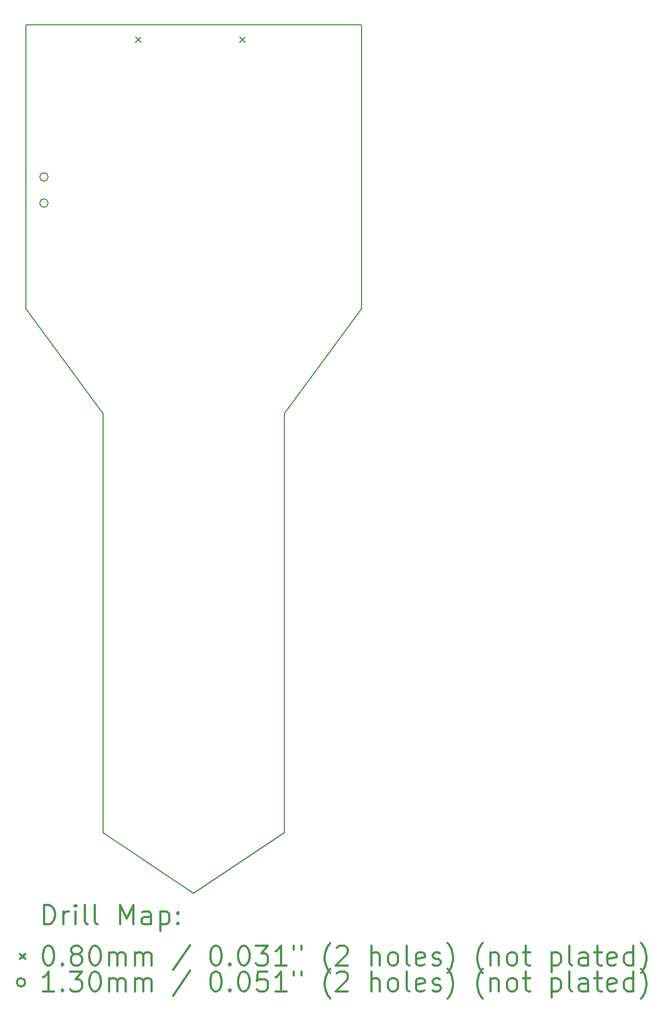
<source format=gbr>
%FSLAX45Y45*%
G04 Gerber Fmt 4.5, Leading zero omitted, Abs format (unit mm)*
G04 Created by KiCad (PCBNEW (5.1.9-0-10_14)) date 2021-04-26 19:30:28*
%MOMM*%
%LPD*%
G01*
G04 APERTURE LIST*
%TA.AperFunction,Profile*%
%ADD10C,0.150000*%
%TD*%
%ADD11C,0.200000*%
%ADD12C,0.300000*%
G04 APERTURE END LIST*
D10*
X7470000Y-5460000D02*
X12630000Y-5460000D01*
X11445000Y-17865000D02*
X10050000Y-18800000D01*
X11445000Y-11430000D02*
X12630000Y-9817500D01*
X12630000Y-9817500D02*
X12630000Y-5460000D01*
X11445000Y-11430000D02*
X11445000Y-17865000D01*
X8655000Y-11430000D02*
X8655000Y-17865000D01*
X7470000Y-9817500D02*
X7470000Y-5460000D01*
X8655000Y-11430000D02*
X7470000Y-9817500D01*
X8655000Y-17865000D02*
X10050000Y-18800000D01*
D11*
X9160000Y-5650000D02*
X9240000Y-5730000D01*
X9240000Y-5650000D02*
X9160000Y-5730000D01*
X10760000Y-5650000D02*
X10840000Y-5730000D01*
X10840000Y-5650000D02*
X10760000Y-5730000D01*
X7815000Y-7797500D02*
G75*
G03*
X7815000Y-7797500I-65000J0D01*
G01*
X7815000Y-8197500D02*
G75*
G03*
X7815000Y-8197500I-65000J0D01*
G01*
D12*
X7748928Y-19273214D02*
X7748928Y-18973214D01*
X7820357Y-18973214D01*
X7863214Y-18987500D01*
X7891786Y-19016072D01*
X7906071Y-19044643D01*
X7920357Y-19101786D01*
X7920357Y-19144643D01*
X7906071Y-19201786D01*
X7891786Y-19230357D01*
X7863214Y-19258929D01*
X7820357Y-19273214D01*
X7748928Y-19273214D01*
X8048928Y-19273214D02*
X8048928Y-19073214D01*
X8048928Y-19130357D02*
X8063214Y-19101786D01*
X8077500Y-19087500D01*
X8106071Y-19073214D01*
X8134643Y-19073214D01*
X8234643Y-19273214D02*
X8234643Y-19073214D01*
X8234643Y-18973214D02*
X8220357Y-18987500D01*
X8234643Y-19001786D01*
X8248928Y-18987500D01*
X8234643Y-18973214D01*
X8234643Y-19001786D01*
X8420357Y-19273214D02*
X8391786Y-19258929D01*
X8377500Y-19230357D01*
X8377500Y-18973214D01*
X8577500Y-19273214D02*
X8548928Y-19258929D01*
X8534643Y-19230357D01*
X8534643Y-18973214D01*
X8920357Y-19273214D02*
X8920357Y-18973214D01*
X9020357Y-19187500D01*
X9120357Y-18973214D01*
X9120357Y-19273214D01*
X9391786Y-19273214D02*
X9391786Y-19116072D01*
X9377500Y-19087500D01*
X9348928Y-19073214D01*
X9291786Y-19073214D01*
X9263214Y-19087500D01*
X9391786Y-19258929D02*
X9363214Y-19273214D01*
X9291786Y-19273214D01*
X9263214Y-19258929D01*
X9248928Y-19230357D01*
X9248928Y-19201786D01*
X9263214Y-19173214D01*
X9291786Y-19158929D01*
X9363214Y-19158929D01*
X9391786Y-19144643D01*
X9534643Y-19073214D02*
X9534643Y-19373214D01*
X9534643Y-19087500D02*
X9563214Y-19073214D01*
X9620357Y-19073214D01*
X9648928Y-19087500D01*
X9663214Y-19101786D01*
X9677500Y-19130357D01*
X9677500Y-19216072D01*
X9663214Y-19244643D01*
X9648928Y-19258929D01*
X9620357Y-19273214D01*
X9563214Y-19273214D01*
X9534643Y-19258929D01*
X9806071Y-19244643D02*
X9820357Y-19258929D01*
X9806071Y-19273214D01*
X9791786Y-19258929D01*
X9806071Y-19244643D01*
X9806071Y-19273214D01*
X9806071Y-19087500D02*
X9820357Y-19101786D01*
X9806071Y-19116072D01*
X9791786Y-19101786D01*
X9806071Y-19087500D01*
X9806071Y-19116072D01*
X7382500Y-19727500D02*
X7462500Y-19807500D01*
X7462500Y-19727500D02*
X7382500Y-19807500D01*
X7806071Y-19603214D02*
X7834643Y-19603214D01*
X7863214Y-19617500D01*
X7877500Y-19631786D01*
X7891786Y-19660357D01*
X7906071Y-19717500D01*
X7906071Y-19788929D01*
X7891786Y-19846072D01*
X7877500Y-19874643D01*
X7863214Y-19888929D01*
X7834643Y-19903214D01*
X7806071Y-19903214D01*
X7777500Y-19888929D01*
X7763214Y-19874643D01*
X7748928Y-19846072D01*
X7734643Y-19788929D01*
X7734643Y-19717500D01*
X7748928Y-19660357D01*
X7763214Y-19631786D01*
X7777500Y-19617500D01*
X7806071Y-19603214D01*
X8034643Y-19874643D02*
X8048928Y-19888929D01*
X8034643Y-19903214D01*
X8020357Y-19888929D01*
X8034643Y-19874643D01*
X8034643Y-19903214D01*
X8220357Y-19731786D02*
X8191786Y-19717500D01*
X8177500Y-19703214D01*
X8163214Y-19674643D01*
X8163214Y-19660357D01*
X8177500Y-19631786D01*
X8191786Y-19617500D01*
X8220357Y-19603214D01*
X8277500Y-19603214D01*
X8306071Y-19617500D01*
X8320357Y-19631786D01*
X8334643Y-19660357D01*
X8334643Y-19674643D01*
X8320357Y-19703214D01*
X8306071Y-19717500D01*
X8277500Y-19731786D01*
X8220357Y-19731786D01*
X8191786Y-19746072D01*
X8177500Y-19760357D01*
X8163214Y-19788929D01*
X8163214Y-19846072D01*
X8177500Y-19874643D01*
X8191786Y-19888929D01*
X8220357Y-19903214D01*
X8277500Y-19903214D01*
X8306071Y-19888929D01*
X8320357Y-19874643D01*
X8334643Y-19846072D01*
X8334643Y-19788929D01*
X8320357Y-19760357D01*
X8306071Y-19746072D01*
X8277500Y-19731786D01*
X8520357Y-19603214D02*
X8548928Y-19603214D01*
X8577500Y-19617500D01*
X8591786Y-19631786D01*
X8606071Y-19660357D01*
X8620357Y-19717500D01*
X8620357Y-19788929D01*
X8606071Y-19846072D01*
X8591786Y-19874643D01*
X8577500Y-19888929D01*
X8548928Y-19903214D01*
X8520357Y-19903214D01*
X8491786Y-19888929D01*
X8477500Y-19874643D01*
X8463214Y-19846072D01*
X8448928Y-19788929D01*
X8448928Y-19717500D01*
X8463214Y-19660357D01*
X8477500Y-19631786D01*
X8491786Y-19617500D01*
X8520357Y-19603214D01*
X8748928Y-19903214D02*
X8748928Y-19703214D01*
X8748928Y-19731786D02*
X8763214Y-19717500D01*
X8791786Y-19703214D01*
X8834643Y-19703214D01*
X8863214Y-19717500D01*
X8877500Y-19746072D01*
X8877500Y-19903214D01*
X8877500Y-19746072D02*
X8891786Y-19717500D01*
X8920357Y-19703214D01*
X8963214Y-19703214D01*
X8991786Y-19717500D01*
X9006071Y-19746072D01*
X9006071Y-19903214D01*
X9148928Y-19903214D02*
X9148928Y-19703214D01*
X9148928Y-19731786D02*
X9163214Y-19717500D01*
X9191786Y-19703214D01*
X9234643Y-19703214D01*
X9263214Y-19717500D01*
X9277500Y-19746072D01*
X9277500Y-19903214D01*
X9277500Y-19746072D02*
X9291786Y-19717500D01*
X9320357Y-19703214D01*
X9363214Y-19703214D01*
X9391786Y-19717500D01*
X9406071Y-19746072D01*
X9406071Y-19903214D01*
X9991786Y-19588929D02*
X9734643Y-19974643D01*
X10377500Y-19603214D02*
X10406071Y-19603214D01*
X10434643Y-19617500D01*
X10448928Y-19631786D01*
X10463214Y-19660357D01*
X10477500Y-19717500D01*
X10477500Y-19788929D01*
X10463214Y-19846072D01*
X10448928Y-19874643D01*
X10434643Y-19888929D01*
X10406071Y-19903214D01*
X10377500Y-19903214D01*
X10348928Y-19888929D01*
X10334643Y-19874643D01*
X10320357Y-19846072D01*
X10306071Y-19788929D01*
X10306071Y-19717500D01*
X10320357Y-19660357D01*
X10334643Y-19631786D01*
X10348928Y-19617500D01*
X10377500Y-19603214D01*
X10606071Y-19874643D02*
X10620357Y-19888929D01*
X10606071Y-19903214D01*
X10591786Y-19888929D01*
X10606071Y-19874643D01*
X10606071Y-19903214D01*
X10806071Y-19603214D02*
X10834643Y-19603214D01*
X10863214Y-19617500D01*
X10877500Y-19631786D01*
X10891786Y-19660357D01*
X10906071Y-19717500D01*
X10906071Y-19788929D01*
X10891786Y-19846072D01*
X10877500Y-19874643D01*
X10863214Y-19888929D01*
X10834643Y-19903214D01*
X10806071Y-19903214D01*
X10777500Y-19888929D01*
X10763214Y-19874643D01*
X10748928Y-19846072D01*
X10734643Y-19788929D01*
X10734643Y-19717500D01*
X10748928Y-19660357D01*
X10763214Y-19631786D01*
X10777500Y-19617500D01*
X10806071Y-19603214D01*
X11006071Y-19603214D02*
X11191786Y-19603214D01*
X11091786Y-19717500D01*
X11134643Y-19717500D01*
X11163214Y-19731786D01*
X11177500Y-19746072D01*
X11191786Y-19774643D01*
X11191786Y-19846072D01*
X11177500Y-19874643D01*
X11163214Y-19888929D01*
X11134643Y-19903214D01*
X11048928Y-19903214D01*
X11020357Y-19888929D01*
X11006071Y-19874643D01*
X11477500Y-19903214D02*
X11306071Y-19903214D01*
X11391786Y-19903214D02*
X11391786Y-19603214D01*
X11363214Y-19646072D01*
X11334643Y-19674643D01*
X11306071Y-19688929D01*
X11591786Y-19603214D02*
X11591786Y-19660357D01*
X11706071Y-19603214D02*
X11706071Y-19660357D01*
X12148928Y-20017500D02*
X12134643Y-20003214D01*
X12106071Y-19960357D01*
X12091786Y-19931786D01*
X12077500Y-19888929D01*
X12063214Y-19817500D01*
X12063214Y-19760357D01*
X12077500Y-19688929D01*
X12091786Y-19646072D01*
X12106071Y-19617500D01*
X12134643Y-19574643D01*
X12148928Y-19560357D01*
X12248928Y-19631786D02*
X12263214Y-19617500D01*
X12291786Y-19603214D01*
X12363214Y-19603214D01*
X12391786Y-19617500D01*
X12406071Y-19631786D01*
X12420357Y-19660357D01*
X12420357Y-19688929D01*
X12406071Y-19731786D01*
X12234643Y-19903214D01*
X12420357Y-19903214D01*
X12777500Y-19903214D02*
X12777500Y-19603214D01*
X12906071Y-19903214D02*
X12906071Y-19746072D01*
X12891786Y-19717500D01*
X12863214Y-19703214D01*
X12820357Y-19703214D01*
X12791786Y-19717500D01*
X12777500Y-19731786D01*
X13091786Y-19903214D02*
X13063214Y-19888929D01*
X13048928Y-19874643D01*
X13034643Y-19846072D01*
X13034643Y-19760357D01*
X13048928Y-19731786D01*
X13063214Y-19717500D01*
X13091786Y-19703214D01*
X13134643Y-19703214D01*
X13163214Y-19717500D01*
X13177500Y-19731786D01*
X13191786Y-19760357D01*
X13191786Y-19846072D01*
X13177500Y-19874643D01*
X13163214Y-19888929D01*
X13134643Y-19903214D01*
X13091786Y-19903214D01*
X13363214Y-19903214D02*
X13334643Y-19888929D01*
X13320357Y-19860357D01*
X13320357Y-19603214D01*
X13591786Y-19888929D02*
X13563214Y-19903214D01*
X13506071Y-19903214D01*
X13477500Y-19888929D01*
X13463214Y-19860357D01*
X13463214Y-19746072D01*
X13477500Y-19717500D01*
X13506071Y-19703214D01*
X13563214Y-19703214D01*
X13591786Y-19717500D01*
X13606071Y-19746072D01*
X13606071Y-19774643D01*
X13463214Y-19803214D01*
X13720357Y-19888929D02*
X13748928Y-19903214D01*
X13806071Y-19903214D01*
X13834643Y-19888929D01*
X13848928Y-19860357D01*
X13848928Y-19846072D01*
X13834643Y-19817500D01*
X13806071Y-19803214D01*
X13763214Y-19803214D01*
X13734643Y-19788929D01*
X13720357Y-19760357D01*
X13720357Y-19746072D01*
X13734643Y-19717500D01*
X13763214Y-19703214D01*
X13806071Y-19703214D01*
X13834643Y-19717500D01*
X13948928Y-20017500D02*
X13963214Y-20003214D01*
X13991786Y-19960357D01*
X14006071Y-19931786D01*
X14020357Y-19888929D01*
X14034643Y-19817500D01*
X14034643Y-19760357D01*
X14020357Y-19688929D01*
X14006071Y-19646072D01*
X13991786Y-19617500D01*
X13963214Y-19574643D01*
X13948928Y-19560357D01*
X14491786Y-20017500D02*
X14477500Y-20003214D01*
X14448928Y-19960357D01*
X14434643Y-19931786D01*
X14420357Y-19888929D01*
X14406071Y-19817500D01*
X14406071Y-19760357D01*
X14420357Y-19688929D01*
X14434643Y-19646072D01*
X14448928Y-19617500D01*
X14477500Y-19574643D01*
X14491786Y-19560357D01*
X14606071Y-19703214D02*
X14606071Y-19903214D01*
X14606071Y-19731786D02*
X14620357Y-19717500D01*
X14648928Y-19703214D01*
X14691786Y-19703214D01*
X14720357Y-19717500D01*
X14734643Y-19746072D01*
X14734643Y-19903214D01*
X14920357Y-19903214D02*
X14891786Y-19888929D01*
X14877500Y-19874643D01*
X14863214Y-19846072D01*
X14863214Y-19760357D01*
X14877500Y-19731786D01*
X14891786Y-19717500D01*
X14920357Y-19703214D01*
X14963214Y-19703214D01*
X14991786Y-19717500D01*
X15006071Y-19731786D01*
X15020357Y-19760357D01*
X15020357Y-19846072D01*
X15006071Y-19874643D01*
X14991786Y-19888929D01*
X14963214Y-19903214D01*
X14920357Y-19903214D01*
X15106071Y-19703214D02*
X15220357Y-19703214D01*
X15148928Y-19603214D02*
X15148928Y-19860357D01*
X15163214Y-19888929D01*
X15191786Y-19903214D01*
X15220357Y-19903214D01*
X15548928Y-19703214D02*
X15548928Y-20003214D01*
X15548928Y-19717500D02*
X15577500Y-19703214D01*
X15634643Y-19703214D01*
X15663214Y-19717500D01*
X15677500Y-19731786D01*
X15691786Y-19760357D01*
X15691786Y-19846072D01*
X15677500Y-19874643D01*
X15663214Y-19888929D01*
X15634643Y-19903214D01*
X15577500Y-19903214D01*
X15548928Y-19888929D01*
X15863214Y-19903214D02*
X15834643Y-19888929D01*
X15820357Y-19860357D01*
X15820357Y-19603214D01*
X16106071Y-19903214D02*
X16106071Y-19746072D01*
X16091786Y-19717500D01*
X16063214Y-19703214D01*
X16006071Y-19703214D01*
X15977500Y-19717500D01*
X16106071Y-19888929D02*
X16077500Y-19903214D01*
X16006071Y-19903214D01*
X15977500Y-19888929D01*
X15963214Y-19860357D01*
X15963214Y-19831786D01*
X15977500Y-19803214D01*
X16006071Y-19788929D01*
X16077500Y-19788929D01*
X16106071Y-19774643D01*
X16206071Y-19703214D02*
X16320357Y-19703214D01*
X16248928Y-19603214D02*
X16248928Y-19860357D01*
X16263214Y-19888929D01*
X16291786Y-19903214D01*
X16320357Y-19903214D01*
X16534643Y-19888929D02*
X16506071Y-19903214D01*
X16448928Y-19903214D01*
X16420357Y-19888929D01*
X16406071Y-19860357D01*
X16406071Y-19746072D01*
X16420357Y-19717500D01*
X16448928Y-19703214D01*
X16506071Y-19703214D01*
X16534643Y-19717500D01*
X16548928Y-19746072D01*
X16548928Y-19774643D01*
X16406071Y-19803214D01*
X16806071Y-19903214D02*
X16806071Y-19603214D01*
X16806071Y-19888929D02*
X16777500Y-19903214D01*
X16720357Y-19903214D01*
X16691786Y-19888929D01*
X16677500Y-19874643D01*
X16663214Y-19846072D01*
X16663214Y-19760357D01*
X16677500Y-19731786D01*
X16691786Y-19717500D01*
X16720357Y-19703214D01*
X16777500Y-19703214D01*
X16806071Y-19717500D01*
X16920357Y-20017500D02*
X16934643Y-20003214D01*
X16963214Y-19960357D01*
X16977500Y-19931786D01*
X16991786Y-19888929D01*
X17006071Y-19817500D01*
X17006071Y-19760357D01*
X16991786Y-19688929D01*
X16977500Y-19646072D01*
X16963214Y-19617500D01*
X16934643Y-19574643D01*
X16920357Y-19560357D01*
X7462500Y-20163500D02*
G75*
G03*
X7462500Y-20163500I-65000J0D01*
G01*
X7906071Y-20299214D02*
X7734643Y-20299214D01*
X7820357Y-20299214D02*
X7820357Y-19999214D01*
X7791786Y-20042072D01*
X7763214Y-20070643D01*
X7734643Y-20084929D01*
X8034643Y-20270643D02*
X8048928Y-20284929D01*
X8034643Y-20299214D01*
X8020357Y-20284929D01*
X8034643Y-20270643D01*
X8034643Y-20299214D01*
X8148928Y-19999214D02*
X8334643Y-19999214D01*
X8234643Y-20113500D01*
X8277500Y-20113500D01*
X8306071Y-20127786D01*
X8320357Y-20142072D01*
X8334643Y-20170643D01*
X8334643Y-20242072D01*
X8320357Y-20270643D01*
X8306071Y-20284929D01*
X8277500Y-20299214D01*
X8191786Y-20299214D01*
X8163214Y-20284929D01*
X8148928Y-20270643D01*
X8520357Y-19999214D02*
X8548928Y-19999214D01*
X8577500Y-20013500D01*
X8591786Y-20027786D01*
X8606071Y-20056357D01*
X8620357Y-20113500D01*
X8620357Y-20184929D01*
X8606071Y-20242072D01*
X8591786Y-20270643D01*
X8577500Y-20284929D01*
X8548928Y-20299214D01*
X8520357Y-20299214D01*
X8491786Y-20284929D01*
X8477500Y-20270643D01*
X8463214Y-20242072D01*
X8448928Y-20184929D01*
X8448928Y-20113500D01*
X8463214Y-20056357D01*
X8477500Y-20027786D01*
X8491786Y-20013500D01*
X8520357Y-19999214D01*
X8748928Y-20299214D02*
X8748928Y-20099214D01*
X8748928Y-20127786D02*
X8763214Y-20113500D01*
X8791786Y-20099214D01*
X8834643Y-20099214D01*
X8863214Y-20113500D01*
X8877500Y-20142072D01*
X8877500Y-20299214D01*
X8877500Y-20142072D02*
X8891786Y-20113500D01*
X8920357Y-20099214D01*
X8963214Y-20099214D01*
X8991786Y-20113500D01*
X9006071Y-20142072D01*
X9006071Y-20299214D01*
X9148928Y-20299214D02*
X9148928Y-20099214D01*
X9148928Y-20127786D02*
X9163214Y-20113500D01*
X9191786Y-20099214D01*
X9234643Y-20099214D01*
X9263214Y-20113500D01*
X9277500Y-20142072D01*
X9277500Y-20299214D01*
X9277500Y-20142072D02*
X9291786Y-20113500D01*
X9320357Y-20099214D01*
X9363214Y-20099214D01*
X9391786Y-20113500D01*
X9406071Y-20142072D01*
X9406071Y-20299214D01*
X9991786Y-19984929D02*
X9734643Y-20370643D01*
X10377500Y-19999214D02*
X10406071Y-19999214D01*
X10434643Y-20013500D01*
X10448928Y-20027786D01*
X10463214Y-20056357D01*
X10477500Y-20113500D01*
X10477500Y-20184929D01*
X10463214Y-20242072D01*
X10448928Y-20270643D01*
X10434643Y-20284929D01*
X10406071Y-20299214D01*
X10377500Y-20299214D01*
X10348928Y-20284929D01*
X10334643Y-20270643D01*
X10320357Y-20242072D01*
X10306071Y-20184929D01*
X10306071Y-20113500D01*
X10320357Y-20056357D01*
X10334643Y-20027786D01*
X10348928Y-20013500D01*
X10377500Y-19999214D01*
X10606071Y-20270643D02*
X10620357Y-20284929D01*
X10606071Y-20299214D01*
X10591786Y-20284929D01*
X10606071Y-20270643D01*
X10606071Y-20299214D01*
X10806071Y-19999214D02*
X10834643Y-19999214D01*
X10863214Y-20013500D01*
X10877500Y-20027786D01*
X10891786Y-20056357D01*
X10906071Y-20113500D01*
X10906071Y-20184929D01*
X10891786Y-20242072D01*
X10877500Y-20270643D01*
X10863214Y-20284929D01*
X10834643Y-20299214D01*
X10806071Y-20299214D01*
X10777500Y-20284929D01*
X10763214Y-20270643D01*
X10748928Y-20242072D01*
X10734643Y-20184929D01*
X10734643Y-20113500D01*
X10748928Y-20056357D01*
X10763214Y-20027786D01*
X10777500Y-20013500D01*
X10806071Y-19999214D01*
X11177500Y-19999214D02*
X11034643Y-19999214D01*
X11020357Y-20142072D01*
X11034643Y-20127786D01*
X11063214Y-20113500D01*
X11134643Y-20113500D01*
X11163214Y-20127786D01*
X11177500Y-20142072D01*
X11191786Y-20170643D01*
X11191786Y-20242072D01*
X11177500Y-20270643D01*
X11163214Y-20284929D01*
X11134643Y-20299214D01*
X11063214Y-20299214D01*
X11034643Y-20284929D01*
X11020357Y-20270643D01*
X11477500Y-20299214D02*
X11306071Y-20299214D01*
X11391786Y-20299214D02*
X11391786Y-19999214D01*
X11363214Y-20042072D01*
X11334643Y-20070643D01*
X11306071Y-20084929D01*
X11591786Y-19999214D02*
X11591786Y-20056357D01*
X11706071Y-19999214D02*
X11706071Y-20056357D01*
X12148928Y-20413500D02*
X12134643Y-20399214D01*
X12106071Y-20356357D01*
X12091786Y-20327786D01*
X12077500Y-20284929D01*
X12063214Y-20213500D01*
X12063214Y-20156357D01*
X12077500Y-20084929D01*
X12091786Y-20042072D01*
X12106071Y-20013500D01*
X12134643Y-19970643D01*
X12148928Y-19956357D01*
X12248928Y-20027786D02*
X12263214Y-20013500D01*
X12291786Y-19999214D01*
X12363214Y-19999214D01*
X12391786Y-20013500D01*
X12406071Y-20027786D01*
X12420357Y-20056357D01*
X12420357Y-20084929D01*
X12406071Y-20127786D01*
X12234643Y-20299214D01*
X12420357Y-20299214D01*
X12777500Y-20299214D02*
X12777500Y-19999214D01*
X12906071Y-20299214D02*
X12906071Y-20142072D01*
X12891786Y-20113500D01*
X12863214Y-20099214D01*
X12820357Y-20099214D01*
X12791786Y-20113500D01*
X12777500Y-20127786D01*
X13091786Y-20299214D02*
X13063214Y-20284929D01*
X13048928Y-20270643D01*
X13034643Y-20242072D01*
X13034643Y-20156357D01*
X13048928Y-20127786D01*
X13063214Y-20113500D01*
X13091786Y-20099214D01*
X13134643Y-20099214D01*
X13163214Y-20113500D01*
X13177500Y-20127786D01*
X13191786Y-20156357D01*
X13191786Y-20242072D01*
X13177500Y-20270643D01*
X13163214Y-20284929D01*
X13134643Y-20299214D01*
X13091786Y-20299214D01*
X13363214Y-20299214D02*
X13334643Y-20284929D01*
X13320357Y-20256357D01*
X13320357Y-19999214D01*
X13591786Y-20284929D02*
X13563214Y-20299214D01*
X13506071Y-20299214D01*
X13477500Y-20284929D01*
X13463214Y-20256357D01*
X13463214Y-20142072D01*
X13477500Y-20113500D01*
X13506071Y-20099214D01*
X13563214Y-20099214D01*
X13591786Y-20113500D01*
X13606071Y-20142072D01*
X13606071Y-20170643D01*
X13463214Y-20199214D01*
X13720357Y-20284929D02*
X13748928Y-20299214D01*
X13806071Y-20299214D01*
X13834643Y-20284929D01*
X13848928Y-20256357D01*
X13848928Y-20242072D01*
X13834643Y-20213500D01*
X13806071Y-20199214D01*
X13763214Y-20199214D01*
X13734643Y-20184929D01*
X13720357Y-20156357D01*
X13720357Y-20142072D01*
X13734643Y-20113500D01*
X13763214Y-20099214D01*
X13806071Y-20099214D01*
X13834643Y-20113500D01*
X13948928Y-20413500D02*
X13963214Y-20399214D01*
X13991786Y-20356357D01*
X14006071Y-20327786D01*
X14020357Y-20284929D01*
X14034643Y-20213500D01*
X14034643Y-20156357D01*
X14020357Y-20084929D01*
X14006071Y-20042072D01*
X13991786Y-20013500D01*
X13963214Y-19970643D01*
X13948928Y-19956357D01*
X14491786Y-20413500D02*
X14477500Y-20399214D01*
X14448928Y-20356357D01*
X14434643Y-20327786D01*
X14420357Y-20284929D01*
X14406071Y-20213500D01*
X14406071Y-20156357D01*
X14420357Y-20084929D01*
X14434643Y-20042072D01*
X14448928Y-20013500D01*
X14477500Y-19970643D01*
X14491786Y-19956357D01*
X14606071Y-20099214D02*
X14606071Y-20299214D01*
X14606071Y-20127786D02*
X14620357Y-20113500D01*
X14648928Y-20099214D01*
X14691786Y-20099214D01*
X14720357Y-20113500D01*
X14734643Y-20142072D01*
X14734643Y-20299214D01*
X14920357Y-20299214D02*
X14891786Y-20284929D01*
X14877500Y-20270643D01*
X14863214Y-20242072D01*
X14863214Y-20156357D01*
X14877500Y-20127786D01*
X14891786Y-20113500D01*
X14920357Y-20099214D01*
X14963214Y-20099214D01*
X14991786Y-20113500D01*
X15006071Y-20127786D01*
X15020357Y-20156357D01*
X15020357Y-20242072D01*
X15006071Y-20270643D01*
X14991786Y-20284929D01*
X14963214Y-20299214D01*
X14920357Y-20299214D01*
X15106071Y-20099214D02*
X15220357Y-20099214D01*
X15148928Y-19999214D02*
X15148928Y-20256357D01*
X15163214Y-20284929D01*
X15191786Y-20299214D01*
X15220357Y-20299214D01*
X15548928Y-20099214D02*
X15548928Y-20399214D01*
X15548928Y-20113500D02*
X15577500Y-20099214D01*
X15634643Y-20099214D01*
X15663214Y-20113500D01*
X15677500Y-20127786D01*
X15691786Y-20156357D01*
X15691786Y-20242072D01*
X15677500Y-20270643D01*
X15663214Y-20284929D01*
X15634643Y-20299214D01*
X15577500Y-20299214D01*
X15548928Y-20284929D01*
X15863214Y-20299214D02*
X15834643Y-20284929D01*
X15820357Y-20256357D01*
X15820357Y-19999214D01*
X16106071Y-20299214D02*
X16106071Y-20142072D01*
X16091786Y-20113500D01*
X16063214Y-20099214D01*
X16006071Y-20099214D01*
X15977500Y-20113500D01*
X16106071Y-20284929D02*
X16077500Y-20299214D01*
X16006071Y-20299214D01*
X15977500Y-20284929D01*
X15963214Y-20256357D01*
X15963214Y-20227786D01*
X15977500Y-20199214D01*
X16006071Y-20184929D01*
X16077500Y-20184929D01*
X16106071Y-20170643D01*
X16206071Y-20099214D02*
X16320357Y-20099214D01*
X16248928Y-19999214D02*
X16248928Y-20256357D01*
X16263214Y-20284929D01*
X16291786Y-20299214D01*
X16320357Y-20299214D01*
X16534643Y-20284929D02*
X16506071Y-20299214D01*
X16448928Y-20299214D01*
X16420357Y-20284929D01*
X16406071Y-20256357D01*
X16406071Y-20142072D01*
X16420357Y-20113500D01*
X16448928Y-20099214D01*
X16506071Y-20099214D01*
X16534643Y-20113500D01*
X16548928Y-20142072D01*
X16548928Y-20170643D01*
X16406071Y-20199214D01*
X16806071Y-20299214D02*
X16806071Y-19999214D01*
X16806071Y-20284929D02*
X16777500Y-20299214D01*
X16720357Y-20299214D01*
X16691786Y-20284929D01*
X16677500Y-20270643D01*
X16663214Y-20242072D01*
X16663214Y-20156357D01*
X16677500Y-20127786D01*
X16691786Y-20113500D01*
X16720357Y-20099214D01*
X16777500Y-20099214D01*
X16806071Y-20113500D01*
X16920357Y-20413500D02*
X16934643Y-20399214D01*
X16963214Y-20356357D01*
X16977500Y-20327786D01*
X16991786Y-20284929D01*
X17006071Y-20213500D01*
X17006071Y-20156357D01*
X16991786Y-20084929D01*
X16977500Y-20042072D01*
X16963214Y-20013500D01*
X16934643Y-19970643D01*
X16920357Y-19956357D01*
M02*

</source>
